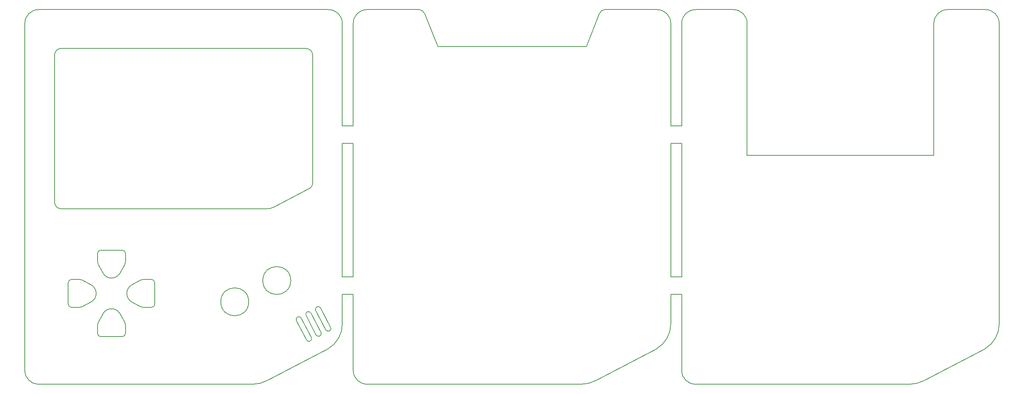
<source format=gbr>
G04 #@! TF.GenerationSoftware,KiCad,Pcbnew,(5.1.9-0-10_14)*
G04 #@! TF.CreationDate,2021-11-21T11:40:05-08:00*
G04 #@! TF.ProjectId,system,73797374-656d-42e6-9b69-6361645f7063,1.0-dev7*
G04 #@! TF.SameCoordinates,Original*
G04 #@! TF.FileFunction,Profile,NP*
%FSLAX46Y46*%
G04 Gerber Fmt 4.6, Leading zero omitted, Abs format (unit mm)*
G04 Created by KiCad (PCBNEW (5.1.9-0-10_14)) date 2021-11-21 11:40:05*
%MOMM*%
%LPD*%
G01*
G04 APERTURE LIST*
G04 #@! TA.AperFunction,Profile*
%ADD10C,0.200000*%
G04 #@! TD*
G04 APERTURE END LIST*
D10*
X156972000Y-75691999D02*
X160096590Y-67891634D01*
X160096590Y-67891634D02*
G75*
G02*
X161290000Y-67056000I1193410J-434366D01*
G01*
X173450000Y-67056000D02*
X161290000Y-67056000D01*
X119303410Y-67891635D02*
G75*
G03*
X118110000Y-67056000I-1193410J-434365D01*
G01*
X122428000Y-75692000D02*
X119303410Y-67891635D01*
X122428000Y-75692000D02*
X156972000Y-75691999D01*
X182340500Y-67056000D02*
X191200500Y-67056000D01*
X191200500Y-67056000D02*
G75*
G02*
X194375500Y-70231000I0J-3175000D01*
G01*
X237805500Y-70231000D02*
G75*
G02*
X240980500Y-67056000I3175000J0D01*
G01*
X237805500Y-70231000D02*
X237805500Y-100965000D01*
X194375500Y-70231000D02*
X194375500Y-100965000D01*
X194375500Y-100965000D02*
X237805500Y-100965000D01*
X240980500Y-67056000D02*
X249840500Y-67056000D01*
X232241213Y-154225900D02*
X182340500Y-154225900D01*
X179165500Y-133350000D02*
X179165500Y-151050900D01*
X179165500Y-70231000D02*
G75*
G02*
X182340500Y-67056000I3175000J0D01*
G01*
X249840500Y-67056000D02*
G75*
G02*
X253015500Y-70231000I0J-3175000D01*
G01*
X182340500Y-154225900D02*
G75*
G02*
X179165500Y-151050900I0J3175000D01*
G01*
X249707538Y-145985323D02*
X235394500Y-153437347D01*
X249707538Y-145985323D02*
G75*
G03*
X253015500Y-140208000I-3391038J5777323D01*
G01*
X179165000Y-98171000D02*
X179165000Y-129286000D01*
X179165500Y-70231000D02*
X179165000Y-94107000D01*
X235394500Y-153437347D02*
G75*
G02*
X232241213Y-154225900I-3153287J5910447D01*
G01*
X253015500Y-70231000D02*
X253015500Y-140208000D01*
X29559500Y-67056000D02*
X97059500Y-67056000D01*
X79460213Y-154225900D02*
X29559500Y-154225900D01*
X26384500Y-70231000D02*
X26384500Y-151050900D01*
X26384500Y-70231000D02*
G75*
G02*
X29559500Y-67056000I3175000J0D01*
G01*
X97059500Y-67056000D02*
G75*
G02*
X100234500Y-70231000I0J-3175000D01*
G01*
X29559500Y-154225900D02*
G75*
G02*
X26384500Y-151050900I0J3175000D01*
G01*
X96926538Y-145985323D02*
X82613500Y-153437347D01*
X96926538Y-145985323D02*
G75*
G03*
X100234500Y-140208000I-3391038J5777323D01*
G01*
X100235000Y-133350000D02*
X100234500Y-140208000D01*
X82613500Y-153437347D02*
G75*
G02*
X79460213Y-154225900I-3153287J5910447D01*
G01*
X100234500Y-70231000D02*
X100234500Y-94107000D01*
X100234500Y-98171000D02*
X100234500Y-129286000D01*
X102775000Y-70231000D02*
X102775000Y-94107000D01*
X102775000Y-94107000D02*
X100234500Y-94107000D01*
X102775000Y-98171000D02*
X100234500Y-98171000D01*
X102775000Y-98171000D02*
X102775000Y-129286000D01*
X102775000Y-129286000D02*
X100234500Y-129286000D01*
X102775000Y-133350000D02*
X100235000Y-133350000D01*
X179165000Y-133350000D02*
X176625000Y-133350000D01*
X179165000Y-129286000D02*
X176625000Y-129286000D01*
X179165000Y-98171000D02*
X176625000Y-98171000D01*
X179165000Y-94107000D02*
X176625000Y-94107000D01*
X176625000Y-70231000D02*
X176625000Y-94107000D01*
X176625000Y-98171000D02*
X176625000Y-129286000D01*
X159004000Y-153437347D02*
G75*
G02*
X155850713Y-154225900I-3153287J5910447D01*
G01*
X176625000Y-133350000D02*
X176625000Y-140208000D01*
X173317038Y-145985323D02*
G75*
G03*
X176625000Y-140208000I-3391038J5777323D01*
G01*
X173317038Y-145985323D02*
X159004000Y-153437347D01*
X105950000Y-154225900D02*
G75*
G02*
X102775000Y-151050900I0J3175000D01*
G01*
X173450000Y-67056000D02*
G75*
G02*
X176625000Y-70231000I0J-3175000D01*
G01*
X102775000Y-70231000D02*
G75*
G02*
X105950000Y-67056000I3175000J0D01*
G01*
X102775000Y-133350000D02*
X102775000Y-151050900D01*
X155850713Y-154225900D02*
X105950000Y-154225900D01*
X105950000Y-67056000D02*
X118110000Y-67056000D01*
X93309500Y-77596000D02*
X93309500Y-107396000D01*
X34809500Y-76096000D02*
X91809500Y-76096000D01*
X33309500Y-77596000D02*
X33309500Y-111896000D01*
X34809500Y-113396000D02*
X82659500Y-113396000D01*
X84364608Y-112981070D02*
X92402174Y-108796000D01*
X84364608Y-112981070D02*
G75*
G02*
X82659500Y-113396000I-1605108J2885070D01*
G01*
X93309500Y-107396000D02*
G75*
G02*
X92402174Y-108796000I-1533760J0D01*
G01*
X34809500Y-113396000D02*
G75*
G02*
X33309500Y-111896000I0J1500000D01*
G01*
X33309500Y-77596000D02*
G75*
G02*
X34809500Y-76096000I1500000J0D01*
G01*
X91809500Y-76096000D02*
G75*
G02*
X93309500Y-77596000I0J-1500000D01*
G01*
X92925910Y-137661782D02*
X95271593Y-142167797D01*
X91799407Y-138248203D02*
X94145090Y-142754218D01*
X95178918Y-136488941D02*
X97524601Y-140994956D01*
X94052414Y-137075361D02*
X96398097Y-141581376D01*
X90672903Y-138834624D02*
X93018586Y-143340639D01*
X89546399Y-139421044D02*
X91892082Y-143927059D01*
X89546399Y-139421044D02*
G75*
G02*
X90672903Y-138834624I563252J293210D01*
G01*
X93018586Y-143340639D02*
G75*
G02*
X91892082Y-143927059I-563252J-293210D01*
G01*
X94052414Y-137075361D02*
G75*
G02*
X95178918Y-136488941I563252J293210D01*
G01*
X97524601Y-140994956D02*
G75*
G02*
X96398097Y-141581376I-563252J-293210D01*
G01*
X95271592Y-142167798D02*
G75*
G02*
X94145090Y-142754218I-563251J-293210D01*
G01*
X91799408Y-138248202D02*
G75*
G02*
X92925910Y-137661782I563251J293210D01*
G01*
X78461500Y-135053000D02*
G75*
G03*
X78461500Y-135053000I-3250000J0D01*
G01*
X88240500Y-130100000D02*
G75*
G03*
X88240500Y-130100000I-3250000J0D01*
G01*
X36483500Y-130596000D02*
X36483500Y-135596000D01*
X37233500Y-129846000D02*
X39113454Y-129844682D01*
X39784020Y-129999740D02*
X41962229Y-131211133D01*
X37233500Y-136346000D02*
X39113454Y-136344682D01*
X39783382Y-136189604D02*
X41962229Y-134980867D01*
X39783382Y-136189603D02*
G75*
G02*
X39113454Y-136344682I-605375J1090618D01*
G01*
X39112588Y-129844727D02*
G75*
G02*
X39784020Y-129999740I65419J-1248288D01*
G01*
X36483500Y-135596000D02*
G75*
G03*
X37233500Y-136346000I750000J0D01*
G01*
X37233500Y-129846000D02*
G75*
G03*
X36483500Y-130596000I0J-750000D01*
G01*
X41962229Y-134980867D02*
G75*
G03*
X42983500Y-133096000I-1228729J1884867D01*
G01*
X41962229Y-131211133D02*
G75*
G02*
X42983500Y-133096000I-1228729J-1884867D01*
G01*
X44045500Y-143158000D02*
X49045500Y-143158000D01*
X43295500Y-142408000D02*
X43294182Y-140528046D01*
X43449240Y-139857480D02*
X44660633Y-137679271D01*
X49795500Y-142408000D02*
X49794182Y-140528046D01*
X49639104Y-139858118D02*
X48430367Y-137679271D01*
X49639103Y-139858118D02*
G75*
G02*
X49794182Y-140528046I-1090618J-605375D01*
G01*
X43294227Y-140528912D02*
G75*
G02*
X43449240Y-139857480I1248288J65419D01*
G01*
X49045500Y-143158000D02*
G75*
G03*
X49795500Y-142408000I0J750000D01*
G01*
X43295500Y-142408000D02*
G75*
G03*
X44045500Y-143158000I750000J0D01*
G01*
X48430367Y-137679271D02*
G75*
G03*
X46545500Y-136658000I-1884867J-1228729D01*
G01*
X44660633Y-137679271D02*
G75*
G02*
X46545500Y-136658000I1884867J-1228729D01*
G01*
X49045500Y-123034000D02*
X44045500Y-123034000D01*
X49795500Y-123784000D02*
X49796818Y-125663954D01*
X49641760Y-126334520D02*
X48430367Y-128512729D01*
X43295500Y-123784000D02*
X43296818Y-125663954D01*
X43451896Y-126333882D02*
X44660633Y-128512729D01*
X43451897Y-126333882D02*
G75*
G02*
X43296818Y-125663954I1090618J605375D01*
G01*
X49796773Y-125663088D02*
G75*
G02*
X49641760Y-126334520I-1248288J-65419D01*
G01*
X44045500Y-123034000D02*
G75*
G03*
X43295500Y-123784000I0J-750000D01*
G01*
X49795500Y-123784000D02*
G75*
G03*
X49045500Y-123034000I-750000J0D01*
G01*
X44660633Y-128512729D02*
G75*
G03*
X46545500Y-129534000I1884867J1228729D01*
G01*
X48430367Y-128512729D02*
G75*
G02*
X46545500Y-129534000I-1884867J1228729D01*
G01*
X56607500Y-135596000D02*
X56607500Y-130596000D01*
X55857500Y-136346000D02*
X53977546Y-136347318D01*
X53306980Y-136192260D02*
X51128771Y-134980867D01*
X55857500Y-129846000D02*
X53977546Y-129847318D01*
X53307618Y-130002396D02*
X51128771Y-131211133D01*
X53307618Y-130002397D02*
G75*
G02*
X53977546Y-129847318I605375J-1090618D01*
G01*
X53978412Y-136347273D02*
G75*
G02*
X53306980Y-136192260I-65419J1248288D01*
G01*
X56607500Y-130596000D02*
G75*
G03*
X55857500Y-129846000I-750000J0D01*
G01*
X55857500Y-136346000D02*
G75*
G03*
X56607500Y-135596000I0J750000D01*
G01*
X51128771Y-131211133D02*
G75*
G03*
X50107500Y-133096000I1228729J-1884867D01*
G01*
X51128771Y-134980867D02*
G75*
G02*
X50107500Y-133096000I1228729J1884867D01*
G01*
M02*

</source>
